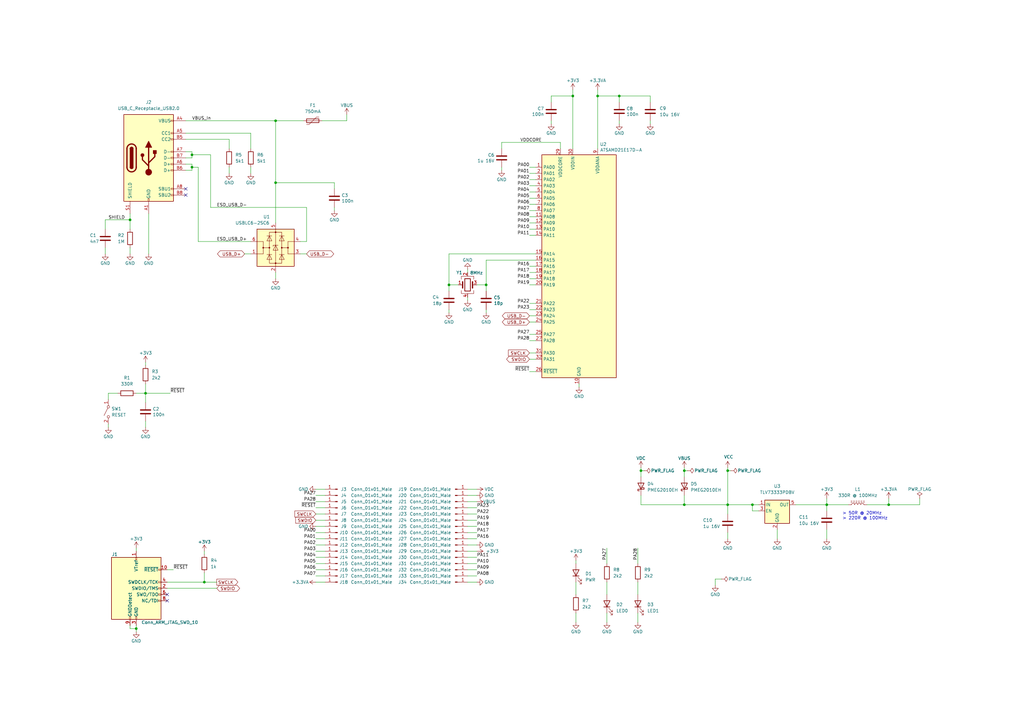
<source format=kicad_sch>
(kicad_sch (version 20211123) (generator eeschema)
  (paper "A3")
  (lib_symbols
    (symbol "Connector:Conn_01x01_Male" (pin_names (offset 1.016) hide)
      (property "Reference" "J" (at 0 2.54 0))
      (property "Value" "Conn_01x01_Male" (at 0 -2.54 0))
      (symbol "Conn_01x01_Male_1_1"
        (pin passive line (at 5.08 0 180) (length 3.81) (name "Pin_1") (number "1"))
      )
    )
    (symbol "Connector:Conn_ARM_JTAG_SWD_10" (pin_names (offset 1.016))
      (property "Reference" "J" (at -2.54 16.51 0))
      (property "Value" "Conn_ARM_JTAG_SWD_10" (at -2.54 13.97 0))
      (symbol "Conn_ARM_JTAG_SWD_10_1_1"
        (pin power_in line (at 0 15.24 270) (length 2.54) (name "VTref") (number "1"))
        (pin open_collector line (at 12.7 7.62 180) (length 2.54) (name "~{RESET}") (number "10"))
        (pin bidirectional line (at 12.7 0 180) (length 2.54) (name "SWDIO/TMS") (number "2"))
        (pin power_in line (at 0 -15.24 90) (length 2.54) (name "GND") (number "3"))
        (pin output line (at 12.7 2.54 180) (length 2.54) (name "SWDCLK/TCK") (number "4"))
        (pin passive line (at 0 -15.24 90) (length 2.54) hide (name "GND") (number "5"))
        (pin input line (at 12.7 -2.54 180) (length 2.54) (name "SWO/TDO") (number "6"))
        (pin no_connect line (at -10.16 0 0) (length 2.54) hide (name "KEY") (number "7"))
        (pin output line (at 12.7 -5.08 180) (length 2.54) (name "NC/TDI") (number "8"))
        (pin passive line (at -2.54 -15.24 90) (length 2.54) (name "GNDDetect") (number "9"))
      )
    )
    (symbol "Connector:USB_C_Receptacle_USB2.0" (pin_names (offset 1.016))
      (property "Reference" "J" (at -10.16 19.05 0))
      (property "Value" "USB_C_Receptacle_USB2.0" (at 19.05 19.05 0))
      (symbol "USB_C_Receptacle_USB2.0_1_1"
        (pin passive line (at 0 -22.86 90) (length 5.08) (name "GND") (number "A1"))
        (pin passive line (at 0 -22.86 90) (length 5.08) hide (name "GND") (number "A12"))
        (pin passive line (at 15.24 15.24 180) (length 5.08) (name "VBUS") (number "A4"))
        (pin bidirectional line (at 15.24 10.16 180) (length 5.08) (name "CC1") (number "A5"))
        (pin bidirectional line (at 15.24 -2.54 180) (length 5.08) (name "D+") (number "A6"))
        (pin bidirectional line (at 15.24 2.54 180) (length 5.08) (name "D-") (number "A7"))
        (pin bidirectional line (at 15.24 -12.7 180) (length 5.08) (name "SBU1") (number "A8"))
        (pin passive line (at 15.24 15.24 180) (length 5.08) hide (name "VBUS") (number "A9"))
        (pin passive line (at 0 -22.86 90) (length 5.08) hide (name "GND") (number "B1"))
        (pin passive line (at 0 -22.86 90) (length 5.08) hide (name "GND") (number "B12"))
        (pin passive line (at 15.24 15.24 180) (length 5.08) hide (name "VBUS") (number "B4"))
        (pin bidirectional line (at 15.24 7.62 180) (length 5.08) (name "CC2") (number "B5"))
        (pin bidirectional line (at 15.24 -5.08 180) (length 5.08) (name "D+") (number "B6"))
        (pin bidirectional line (at 15.24 0 180) (length 5.08) (name "D-") (number "B7"))
        (pin bidirectional line (at 15.24 -15.24 180) (length 5.08) (name "SBU2") (number "B8"))
        (pin passive line (at 15.24 15.24 180) (length 5.08) hide (name "VBUS") (number "B9"))
        (pin passive line (at -7.62 -22.86 90) (length 5.08) (name "SHIELD") (number "S1"))
      )
    )
    (symbol "Device:C" (pin_numbers hide) (pin_names (offset 0.254))
      (property "Reference" "C" (at 0.635 2.54 0))
      (property "Value" "C" (at 0.635 -2.54 0))
      (symbol "C_1_1"
        (pin passive line (at 0 3.81 270) (length 2.794) (name "~") (number "1"))
        (pin passive line (at 0 -3.81 90) (length 2.794) (name "~") (number "2"))
      )
    )
    (symbol "Device:Crystal_GND24" (pin_names (offset 1.016) hide)
      (property "Reference" "Y" (at 3.175 5.08 0))
      (property "Value" "Crystal_GND24" (at 3.175 3.175 0))
      (symbol "Crystal_GND24_1_1"
        (pin passive line (at -3.81 0 0) (length 1.27) (name "1") (number "1"))
        (pin passive line (at 0 5.08 270) (length 1.27) (name "2") (number "2"))
        (pin passive line (at 3.81 0 180) (length 1.27) (name "3") (number "3"))
        (pin passive line (at 0 -5.08 90) (length 1.27) (name "4") (number "4"))
      )
    )
    (symbol "Device:D_Schottky" (pin_numbers hide) (pin_names (offset 1.016) hide)
      (property "Reference" "D" (at 0 2.54 0))
      (property "Value" "D_Schottky" (at 0 -2.54 0))
      (symbol "D_Schottky_1_1"
        (pin passive line (at -3.81 0 0) (length 2.54) (name "K") (number "1"))
        (pin passive line (at 3.81 0 180) (length 2.54) (name "A") (number "2"))
      )
    )
    (symbol "Device:LED" (pin_numbers hide) (pin_names (offset 1.016) hide)
      (property "Reference" "D" (at 0 2.54 0))
      (property "Value" "LED" (at 0 -2.54 0))
      (symbol "LED_1_1"
        (pin passive line (at -3.81 0 0) (length 2.54) (name "K") (number "1"))
        (pin passive line (at 3.81 0 180) (length 2.54) (name "A") (number "2"))
      )
    )
    (symbol "Device:L_Ferrite" (pin_numbers hide) (pin_names (offset 1.016) hide)
      (property "Reference" "L" (at -1.27 0 90))
      (property "Value" "L_Ferrite" (at 2.794 0 90))
      (symbol "L_Ferrite_1_1"
        (pin passive line (at 0 3.81 270) (length 1.27) (name "1") (number "1"))
        (pin passive line (at 0 -3.81 90) (length 1.27) (name "2") (number "2"))
      )
    )
    (symbol "Device:Polyfuse" (pin_numbers hide) (pin_names (offset 0))
      (property "Reference" "F" (at -2.54 0 90))
      (property "Value" "Polyfuse" (at 2.54 0 90))
      (symbol "Polyfuse_1_1"
        (pin passive line (at 0 3.81 270) (length 1.27) (name "~") (number "1"))
        (pin passive line (at 0 -3.81 90) (length 1.27) (name "~") (number "2"))
      )
    )
    (symbol "Device:R" (pin_numbers hide) (pin_names (offset 0))
      (property "Reference" "R" (at 2.032 0 90))
      (property "Value" "R" (at 0 0 90))
      (symbol "R_1_1"
        (pin passive line (at 0 3.81 270) (length 1.27) (name "~") (number "1"))
        (pin passive line (at 0 -3.81 90) (length 1.27) (name "~") (number "2"))
      )
    )
    (symbol "MCU_Microchip_SAMD:ATSAMD21E17D-A"
      (property "Reference" "U" (at -13.97 46.99 0))
      (property "Value" "ATSAMD21E17D-A" (at 16.51 46.99 0))
      (symbol "ATSAMD21E17D-A_1_1"
        (pin bidirectional line (at -17.78 40.64 0) (length 2.54) (name "PA00") (number "1"))
        (pin power_in line (at 0 -48.26 90) (length 2.54) (name "GND") (number "10"))
        (pin bidirectional line (at -17.78 20.32 0) (length 2.54) (name "PA08") (number "11"))
        (pin bidirectional line (at -17.78 17.78 0) (length 2.54) (name "PA09") (number "12"))
        (pin bidirectional line (at -17.78 15.24 0) (length 2.54) (name "PA10") (number "13"))
        (pin bidirectional line (at -17.78 12.7 0) (length 2.54) (name "PA11") (number "14"))
        (pin bidirectional line (at -17.78 5.08 0) (length 2.54) (name "PA14") (number "15"))
        (pin bidirectional line (at -17.78 2.54 0) (length 2.54) (name "PA15") (number "16"))
        (pin bidirectional line (at -17.78 0 0) (length 2.54) (name "PA16") (number "17"))
        (pin bidirectional line (at -17.78 -2.54 0) (length 2.54) (name "PA17") (number "18"))
        (pin bidirectional line (at -17.78 -5.08 0) (length 2.54) (name "PA18") (number "19"))
        (pin bidirectional line (at -17.78 38.1 0) (length 2.54) (name "PA01") (number "2"))
        (pin bidirectional line (at -17.78 -7.62 0) (length 2.54) (name "PA19") (number "20"))
        (pin bidirectional line (at -17.78 -15.24 0) (length 2.54) (name "PA22") (number "21"))
        (pin bidirectional line (at -17.78 -17.78 0) (length 2.54) (name "PA23") (number "22"))
        (pin bidirectional line (at -17.78 -20.32 0) (length 2.54) (name "PA24") (number "23"))
        (pin bidirectional line (at -17.78 -22.86 0) (length 2.54) (name "PA25") (number "24"))
        (pin bidirectional line (at -17.78 -27.94 0) (length 2.54) (name "PA27") (number "25"))
        (pin input line (at -17.78 -43.18 0) (length 2.54) (name "~{RESET}") (number "26"))
        (pin bidirectional line (at -17.78 -30.48 0) (length 2.54) (name "PA28") (number "27"))
        (pin passive line (at 0 -48.26 90) (length 2.54) hide (name "GND") (number "28"))
        (pin power_out line (at -7.62 48.26 270) (length 2.54) (name "VDDCORE") (number "29"))
        (pin bidirectional line (at -17.78 35.56 0) (length 2.54) (name "PA02") (number "3"))
        (pin power_in line (at -2.54 48.26 270) (length 2.54) (name "VDDIN") (number "30"))
        (pin bidirectional line (at -17.78 -35.56 0) (length 2.54) (name "PA30") (number "31"))
        (pin bidirectional line (at -17.78 -38.1 0) (length 2.54) (name "PA31") (number "32"))
        (pin bidirectional line (at -17.78 33.02 0) (length 2.54) (name "PA03") (number "4"))
        (pin bidirectional line (at -17.78 30.48 0) (length 2.54) (name "PA04") (number "5"))
        (pin bidirectional line (at -17.78 27.94 0) (length 2.54) (name "PA05") (number "6"))
        (pin bidirectional line (at -17.78 25.4 0) (length 2.54) (name "PA06") (number "7"))
        (pin bidirectional line (at -17.78 22.86 0) (length 2.54) (name "PA07") (number "8"))
        (pin power_in line (at 7.62 48.26 270) (length 2.54) (name "VDDANA") (number "9"))
      )
    )
    (symbol "Power_Protection:USBLC6-2SC6" (pin_names hide)
      (property "Reference" "U" (at 2.54 8.89 0))
      (property "Value" "USBLC6-2SC6" (at 2.54 -8.89 0))
      (symbol "USBLC6-2SC6_1_1"
        (pin passive line (at -10.16 -2.54 0) (length 2.54) (name "I/O1") (number "1"))
        (pin passive line (at 0 -10.16 90) (length 2.54) (name "GND") (number "2"))
        (pin passive line (at 10.16 -2.54 180) (length 2.54) (name "I/O2") (number "3"))
        (pin passive line (at 10.16 2.54 180) (length 2.54) (name "I/O2") (number "4"))
        (pin passive line (at 0 10.16 270) (length 2.54) (name "VBUS") (number "5"))
        (pin passive line (at -10.16 2.54 0) (length 2.54) (name "I/O1") (number "6"))
      )
    )
    (symbol "Regulator_Linear:TLV73333PDBV" (pin_names (offset 0.254))
      (property "Reference" "U" (at -3.81 5.715 0))
      (property "Value" "TLV73333PDBV" (at 0 5.715 0))
      (symbol "TLV73333PDBV_1_1"
        (pin power_in line (at -7.62 2.54 0) (length 2.54) (name "IN") (number "1"))
        (pin power_in line (at 0 -7.62 90) (length 2.54) (name "GND") (number "2"))
        (pin input line (at -7.62 0 0) (length 2.54) (name "EN") (number "3"))
        (pin no_connect line (at 5.08 0 180) (length 2.54) hide (name "NC") (number "4"))
        (pin power_out line (at 7.62 2.54 180) (length 2.54) (name "OUT") (number "5"))
      )
    )
    (symbol "Switch:SW_SPST" (pin_names (offset 0) hide)
      (property "Reference" "SW" (at 0 3.175 0))
      (property "Value" "SW_SPST" (at 0 -2.54 0))
      (symbol "SW_SPST_1_1"
        (pin passive line (at -5.08 0 0) (length 2.54) (name "A") (number "1"))
        (pin passive line (at 5.08 0 180) (length 2.54) (name "B") (number "2"))
      )
    )
    (symbol "power:+3.3V" (power) (pin_names (offset 0))
      (property "Value" "+3.3V" (at 0 3.556 0))
      (symbol "+3.3V_1_1"
        (pin power_in line (at 0 0 90) (length 0) hide (name "+3V3") (number "1"))
      )
    )
    (symbol "power:+3.3VA" (power) (pin_names (offset 0))
      (property "Value" "+3.3VA" (at 0 3.556 0))
      (symbol "+3.3VA_1_1"
        (pin power_in line (at 0 0 90) (length 0) hide (name "+3.3VA") (number "1"))
      )
    )
    (symbol "power:GND" (power) (pin_names (offset 0))
      (property "Value" "GND" (at 0 -3.81 0))
      (symbol "GND_1_1"
        (pin power_in line (at 0 0 270) (length 0) hide (name "GND") (number "1"))
      )
    )
    (symbol "power:PWR_FLAG" (power) (pin_numbers hide) (pin_names (offset 0) hide)
      (property "Value" "PWR_FLAG" (at 0 3.81 0))
      (symbol "PWR_FLAG_0_0"
        (pin power_out line (at 0 0 90) (length 0) (name "pwr") (number "1"))
      )
    )
    (symbol "power:VBUS" (power) (pin_names (offset 0))
      (property "Value" "VBUS" (at 0 3.81 0))
      (symbol "VBUS_1_1"
        (pin power_in line (at 0 0 90) (length 0) hide (name "VBUS") (number "1"))
      )
    )
    (symbol "power:VCC" (power) (pin_names (offset 0))
      (property "Value" "VCC" (at 0 3.81 0))
      (symbol "VCC_1_1"
        (pin power_in line (at 0 0 90) (length 0) hide (name "VCC") (number "1"))
      )
    )
    (symbol "power:VDC" (power) (pin_names (offset 0))
      (property "Value" "VDC" (at 0 6.35 0))
      (symbol "VDC_1_1"
        (pin power_in line (at 0 0 90) (length 0) hide (name "VDC") (number "1"))
      )
    )
  )
  (junction (at 113.03 74.93))
  (junction (at 55.88 257.81))
  (junction (at 280.67 207.01))
  (junction (at 59.69 161.29))
  (junction (at 298.45 193.04))
  (junction (at 199.39 116.84))
  (junction (at 113.03 49.53))
  (junction (at 254 39.37))
  (junction (at 78.74 68.58))
  (junction (at 364.49 207.01))
  (junction (at 308.61 207.01))
  (junction (at 245.11 39.37))
  (junction (at 234.95 39.37))
  (junction (at 83.82 238.76))
  (junction (at 184.15 116.84))
  (junction (at 280.67 193.04))
  (junction (at 78.74 63.5))
  (junction (at 53.34 90.17))
  (junction (at 262.89 193.04))
  (junction (at 339.09 207.01))
  (junction (at 298.45 207.01))
  (no_connect (at 68.58 243.84))
  (no_connect (at 68.58 246.38))
  (no_connect (at 76.2 77.47))
  (no_connect (at 76.2 80.01))
  (wire (pts (xy 219.71 91.44) (xy 217.17 91.44)))
  (wire (pts (xy 129.54 218.44) (xy 133.35 218.44)))
  (wire (pts (xy 68.58 241.3) (xy 88.9 241.3)))
  (wire (pts (xy 217.17 116.84) (xy 219.71 116.84)))
  (wire (pts (xy 377.19 207.01) (xy 364.49 207.01)))
  (wire (pts (xy 195.58 236.22) (xy 191.77 236.22)))
  (wire (pts (xy 199.39 116.84) (xy 199.39 119.38)))
  (wire (pts (xy 123.19 104.14) (xy 125.73 104.14)))
  (wire (pts (xy 311.15 209.55) (xy 308.61 209.55)))
  (wire (pts (xy 298.45 220.98) (xy 298.45 218.44)))
  (wire (pts (xy 219.71 129.54) (xy 217.17 129.54)))
  (wire (pts (xy 76.2 64.77) (xy 78.74 64.77)))
  (wire (pts (xy 78.74 68.58) (xy 81.28 68.58)))
  (wire (pts (xy 248.92 238.76) (xy 248.92 243.84)))
  (wire (pts (xy 129.54 220.98) (xy 133.35 220.98)))
  (wire (pts (xy 59.69 172.72) (xy 59.69 175.26)))
  (wire (pts (xy 205.74 68.58) (xy 205.74 69.85)))
  (wire (pts (xy 184.15 116.84) (xy 184.15 119.38)))
  (wire (pts (xy 191.77 218.44) (xy 195.58 218.44)))
  (wire (pts (xy 125.73 99.06) (xy 125.73 85.09)))
  (wire (pts (xy 199.39 116.84) (xy 195.58 116.84)))
  (wire (pts (xy 219.71 106.68) (xy 199.39 106.68)))
  (wire (pts (xy 262.89 193.04) (xy 264.16 193.04)))
  (wire (pts (xy 191.77 121.92) (xy 191.77 123.19)))
  (wire (pts (xy 219.71 124.46) (xy 217.17 124.46)))
  (wire (pts (xy 55.88 257.81) (xy 53.34 257.81)))
  (wire (pts (xy 280.67 203.2) (xy 280.67 207.01)))
  (wire (pts (xy 59.69 157.48) (xy 59.69 161.29)))
  (wire (pts (xy 254 41.91) (xy 254 39.37)))
  (wire (pts (xy 191.77 213.36) (xy 195.58 213.36)))
  (wire (pts (xy 219.71 137.16) (xy 217.17 137.16)))
  (wire (pts (xy 280.67 193.04) (xy 280.67 195.58)))
  (wire (pts (xy 219.71 132.08) (xy 217.17 132.08)))
  (wire (pts (xy 364.49 207.01) (xy 355.6 207.01)))
  (wire (pts (xy 219.71 147.32) (xy 217.17 147.32)))
  (wire (pts (xy 55.88 161.29) (xy 59.69 161.29)))
  (wire (pts (xy 236.22 251.46) (xy 236.22 255.27)))
  (wire (pts (xy 219.71 86.36) (xy 217.17 86.36)))
  (wire (pts (xy 262.89 191.77) (xy 262.89 193.04)))
  (wire (pts (xy 266.7 49.53) (xy 266.7 50.8)))
  (wire (pts (xy 205.74 58.42) (xy 205.74 60.96)))
  (wire (pts (xy 298.45 207.01) (xy 298.45 210.82)))
  (wire (pts (xy 266.7 41.91) (xy 266.7 39.37)))
  (wire (pts (xy 261.62 224.79) (xy 261.62 231.14)))
  (wire (pts (xy 133.35 228.6) (xy 129.54 228.6)))
  (wire (pts (xy 308.61 207.01) (xy 308.61 209.55)))
  (wire (pts (xy 226.06 49.53) (xy 226.06 50.8)))
  (wire (pts (xy 76.2 54.61) (xy 102.87 54.61)))
  (wire (pts (xy 68.58 238.76) (xy 83.82 238.76)))
  (wire (pts (xy 78.74 68.58) (xy 78.74 69.85)))
  (wire (pts (xy 261.62 238.76) (xy 261.62 243.84)))
  (wire (pts (xy 48.26 161.29) (xy 44.45 161.29)))
  (wire (pts (xy 298.45 193.04) (xy 299.72 193.04)))
  (wire (pts (xy 364.49 204.47) (xy 364.49 207.01)))
  (wire (pts (xy 86.36 85.09) (xy 86.36 63.5)))
  (wire (pts (xy 219.71 114.3) (xy 217.17 114.3)))
  (wire (pts (xy 219.71 127) (xy 217.17 127)))
  (wire (pts (xy 43.18 93.98) (xy 43.18 90.17)))
  (wire (pts (xy 129.54 200.66) (xy 133.35 200.66)))
  (wire (pts (xy 184.15 128.27) (xy 184.15 127)))
  (wire (pts (xy 113.03 114.3) (xy 113.03 111.76)))
  (wire (pts (xy 280.67 191.77) (xy 280.67 193.04)))
  (wire (pts (xy 133.35 205.74) (xy 129.54 205.74)))
  (wire (pts (xy 199.39 128.27) (xy 199.39 127)))
  (wire (pts (xy 234.95 39.37) (xy 226.06 39.37)))
  (wire (pts (xy 195.58 208.28) (xy 191.77 208.28)))
  (wire (pts (xy 219.71 152.4) (xy 217.17 152.4)))
  (wire (pts (xy 60.96 87.63) (xy 60.96 104.14)))
  (wire (pts (xy 76.2 49.53) (xy 113.03 49.53)))
  (wire (pts (xy 133.35 210.82) (xy 129.54 210.82)))
  (wire (pts (xy 191.77 233.68) (xy 195.58 233.68)))
  (wire (pts (xy 133.35 233.68) (xy 129.54 233.68)))
  (wire (pts (xy 78.74 62.23) (xy 78.74 63.5)))
  (wire (pts (xy 81.28 99.06) (xy 102.87 99.06)))
  (wire (pts (xy 219.71 111.76) (xy 217.17 111.76)))
  (wire (pts (xy 191.77 238.76) (xy 195.58 238.76)))
  (wire (pts (xy 236.22 238.76) (xy 236.22 243.84)))
  (wire (pts (xy 137.16 74.93) (xy 137.16 77.47)))
  (wire (pts (xy 184.15 104.14) (xy 219.71 104.14)))
  (wire (pts (xy 83.82 234.95) (xy 83.82 238.76)))
  (wire (pts (xy 377.19 204.47) (xy 377.19 207.01)))
  (wire (pts (xy 339.09 220.98) (xy 339.09 217.17)))
  (wire (pts (xy 280.67 207.01) (xy 262.89 207.01)))
  (wire (pts (xy 55.88 257.81) (xy 55.88 259.08)))
  (wire (pts (xy 132.08 49.53) (xy 142.24 49.53)))
  (wire (pts (xy 43.18 101.6) (xy 43.18 104.14)))
  (wire (pts (xy 55.88 226.06) (xy 55.88 224.79)))
  (wire (pts (xy 293.37 240.03) (xy 293.37 237.49)))
  (wire (pts (xy 59.69 148.59) (xy 59.69 149.86)))
  (wire (pts (xy 53.34 87.63) (xy 53.34 90.17)))
  (wire (pts (xy 191.77 220.98) (xy 195.58 220.98)))
  (wire (pts (xy 129.54 208.28) (xy 133.35 208.28)))
  (wire (pts (xy 44.45 161.29) (xy 44.45 163.83)))
  (wire (pts (xy 129.54 238.76) (xy 133.35 238.76)))
  (wire (pts (xy 123.19 99.06) (xy 125.73 99.06)))
  (wire (pts (xy 191.77 205.74) (xy 195.58 205.74)))
  (wire (pts (xy 219.71 83.82) (xy 217.17 83.82)))
  (wire (pts (xy 102.87 54.61) (xy 102.87 60.96)))
  (wire (pts (xy 195.58 223.52) (xy 191.77 223.52)))
  (wire (pts (xy 219.71 68.58) (xy 217.17 68.58)))
  (wire (pts (xy 347.98 207.01) (xy 339.09 207.01)))
  (wire (pts (xy 195.58 226.06) (xy 191.77 226.06)))
  (wire (pts (xy 125.73 85.09) (xy 86.36 85.09)))
  (wire (pts (xy 86.36 63.5) (xy 78.74 63.5)))
  (wire (pts (xy 68.58 233.68) (xy 71.12 233.68)))
  (wire (pts (xy 76.2 69.85) (xy 78.74 69.85)))
  (wire (pts (xy 219.71 88.9) (xy 217.17 88.9)))
  (wire (pts (xy 133.35 231.14) (xy 129.54 231.14)))
  (wire (pts (xy 129.54 203.2) (xy 133.35 203.2)))
  (wire (pts (xy 100.33 104.14) (xy 102.87 104.14)))
  (wire (pts (xy 191.77 210.82) (xy 195.58 210.82)))
  (wire (pts (xy 59.69 161.29) (xy 59.69 165.1)))
  (wire (pts (xy 245.11 36.83) (xy 245.11 39.37)))
  (wire (pts (xy 133.35 236.22) (xy 129.54 236.22)))
  (wire (pts (xy 55.88 256.54) (xy 55.88 257.81)))
  (wire (pts (xy 219.71 96.52) (xy 217.17 96.52)))
  (wire (pts (xy 53.34 90.17) (xy 53.34 93.98)))
  (wire (pts (xy 248.92 251.46) (xy 248.92 255.27)))
  (wire (pts (xy 83.82 226.06) (xy 83.82 227.33)))
  (wire (pts (xy 199.39 106.68) (xy 199.39 116.84)))
  (wire (pts (xy 93.98 60.96) (xy 93.98 57.15)))
  (wire (pts (xy 44.45 175.26) (xy 44.45 173.99)))
  (wire (pts (xy 308.61 207.01) (xy 311.15 207.01)))
  (wire (pts (xy 113.03 74.93) (xy 137.16 74.93)))
  (wire (pts (xy 219.71 71.12) (xy 217.17 71.12)))
  (wire (pts (xy 262.89 207.01) (xy 262.89 203.2)))
  (wire (pts (xy 293.37 237.49) (xy 295.91 237.49)))
  (wire (pts (xy 184.15 104.14) (xy 184.15 116.84)))
  (wire (pts (xy 133.35 213.36) (xy 129.54 213.36)))
  (wire (pts (xy 298.45 193.04) (xy 298.45 207.01)))
  (wire (pts (xy 219.71 144.78) (xy 217.17 144.78)))
  (wire (pts (xy 219.71 78.74) (xy 217.17 78.74)))
  (wire (pts (xy 219.71 81.28) (xy 217.17 81.28)))
  (wire (pts (xy 78.74 67.31) (xy 78.74 68.58)))
  (wire (pts (xy 234.95 36.83) (xy 234.95 39.37)))
  (wire (pts (xy 53.34 104.14) (xy 53.34 101.6)))
  (wire (pts (xy 76.2 57.15) (xy 93.98 57.15)))
  (wire (pts (xy 237.49 158.75) (xy 237.49 157.48)))
  (wire (pts (xy 81.28 68.58) (xy 81.28 99.06)))
  (wire (pts (xy 229.87 60.96) (xy 229.87 58.42)))
  (wire (pts (xy 187.96 116.84) (xy 184.15 116.84)))
  (wire (pts (xy 113.03 49.53) (xy 124.46 49.53)))
  (wire (pts (xy 245.11 39.37) (xy 254 39.37)))
  (wire (pts (xy 133.35 226.06) (xy 129.54 226.06)))
  (wire (pts (xy 217.17 93.98) (xy 219.71 93.98)))
  (wire (pts (xy 191.77 228.6) (xy 195.58 228.6)))
  (wire (pts (xy 339.09 207.01) (xy 339.09 209.55)))
  (wire (pts (xy 245.11 39.37) (xy 245.11 60.96)))
  (wire (pts (xy 280.67 207.01) (xy 298.45 207.01)))
  (wire (pts (xy 133.35 223.52) (xy 129.54 223.52)))
  (wire (pts (xy 43.18 90.17) (xy 53.34 90.17)))
  (wire (pts (xy 219.71 109.22) (xy 217.17 109.22)))
  (wire (pts (xy 298.45 207.01) (xy 308.61 207.01)))
  (wire (pts (xy 280.67 193.04) (xy 281.94 193.04)))
  (wire (pts (xy 229.87 58.42) (xy 205.74 58.42)))
  (wire (pts (xy 248.92 224.79) (xy 248.92 231.14)))
  (wire (pts (xy 76.2 67.31) (xy 78.74 67.31)))
  (wire (pts (xy 191.77 231.14) (xy 195.58 231.14)))
  (wire (pts (xy 254 39.37) (xy 266.7 39.37)))
  (wire (pts (xy 113.03 74.93) (xy 113.03 91.44)))
  (wire (pts (xy 261.62 251.46) (xy 261.62 255.27)))
  (wire (pts (xy 83.82 238.76) (xy 88.9 238.76)))
  (wire (pts (xy 93.98 68.58) (xy 93.98 71.12)))
  (wire (pts (xy 339.09 204.47) (xy 339.09 207.01)))
  (wire (pts (xy 195.58 203.2) (xy 191.77 203.2)))
  (wire (pts (xy 236.22 229.87) (xy 236.22 231.14)))
  (wire (pts (xy 102.87 68.58) (xy 102.87 71.12)))
  (wire (pts (xy 318.77 220.98) (xy 318.77 217.17)))
  (wire (pts (xy 76.2 62.23) (xy 78.74 62.23)))
  (wire (pts (xy 59.69 161.29) (xy 69.85 161.29)))
  (wire (pts (xy 298.45 191.77) (xy 298.45 193.04)))
  (wire (pts (xy 219.71 139.7) (xy 217.17 139.7)))
  (wire (pts (xy 326.39 207.01) (xy 339.09 207.01)))
  (wire (pts (xy 78.74 63.5) (xy 78.74 64.77)))
  (wire (pts (xy 191.77 200.66) (xy 195.58 200.66)))
  (wire (pts (xy 219.71 73.66) (xy 217.17 73.66)))
  (wire (pts (xy 191.77 110.49) (xy 191.77 111.76)))
  (wire (pts (xy 254 49.53) (xy 254 50.8)))
  (wire (pts (xy 219.71 76.2) (xy 217.17 76.2)))
  (wire (pts (xy 137.16 85.09) (xy 137.16 86.36)))
  (wire (pts (xy 191.77 215.9) (xy 195.58 215.9)))
  (wire (pts (xy 113.03 49.53) (xy 113.03 74.93)))
  (wire (pts (xy 262.89 193.04) (xy 262.89 195.58)))
  (wire (pts (xy 234.95 39.37) (xy 234.95 60.96)))
  (wire (pts (xy 226.06 41.91) (xy 226.06 39.37)))
  (wire (pts (xy 142.24 49.53) (xy 142.24 46.99)))
  (wire (pts (xy 53.34 257.81) (xy 53.34 256.54)))
  (wire (pts (xy 133.35 215.9) (xy 129.54 215.9)))
  (text "> 50R @ 20MHz\n> 220R @ 100MHz" (at 345.44 213.36 0) (effects (font (size 1.27 1.27)) (justify left bottom)))
  (label "PA10" (at 217.17 93.98 180))
  (label "PA22" (at 195.58 210.82 0))
  (label "PA07" (at 129.54 236.22 180))
  (label "PA28" (at 217.17 139.7 180))
  (label "ESD_USB_D-" (at 88.9 85.09 0))
  (label "PA09" (at 195.58 233.68 0))
  (label "PA07" (at 217.17 86.36 180))
  (label "~{RESET}" (at 71.12 233.68 0))
  (label "PA28" (at 129.54 205.74 180))
  (label "ESD_USB_D+" (at 88.9 99.06 0))
  (label "PA06" (at 217.17 83.82 180))
  (label "~{RESET}" (at 129.54 208.28 180))
  (label "PA05" (at 129.54 231.14 180))
  (label "PA08" (at 217.17 88.9 180))
  (label "PA11" (at 195.58 228.6 0))
  (label "PA04" (at 129.54 228.6 180))
  (label "PA27" (at 129.54 203.2 180))
  (label "PA05" (at 217.17 81.28 180))
  (label "PA00" (at 129.54 218.44 180))
  (label "PA01" (at 129.54 220.98 180))
  (label "PA10" (at 195.58 231.14 0))
  (label "PA17" (at 217.17 111.76 180))
  (label "PA00" (at 217.17 68.58 180))
  (label "PA01" (at 217.17 71.12 180))
  (label "PA11" (at 217.17 96.52 180))
  (label "PA23" (at 195.58 208.28 0))
  (label "PA17" (at 195.58 218.44 0))
  (label "PA19" (at 195.58 213.36 0))
  (label "PA04" (at 217.17 78.74 180))
  (label "PA03" (at 217.17 76.2 180))
  (label "VBUS_In" (at 78.74 49.53 0))
  (label "PA06" (at 129.54 233.68 180))
  (label "PA23" (at 217.17 127 180))
  (label "SHIELD" (at 44.45 90.17 0))
  (label "~{RESET}" (at 69.85 161.29 0))
  (label "PA27" (at 217.17 137.16 180))
  (label "~{RESET}" (at 217.17 152.4 180))
  (label "PA16" (at 217.17 109.22 180))
  (label "VDDCORE" (at 213.36 58.42 0))
  (label "PA28" (at 261.62 224.79 270))
  (label "PA02" (at 129.54 223.52 180))
  (label "PA02" (at 217.17 73.66 180))
  (label "PA03" (at 129.54 226.06 180))
  (label "PA27" (at 248.92 224.79 270))
  (label "PA22" (at 217.17 124.46 180))
  (label "PA18" (at 217.17 114.3 180))
  (label "PA16" (at 195.58 220.98 0))
  (label "PA18" (at 195.58 215.9 0))
  (label "PA08" (at 195.58 236.22 0))
  (label "PA19" (at 217.17 116.84 180))
  (label "PA09" (at 217.17 91.44 180))
  (global_label "SWDIO" (shape bidirectional) (at 88.9 241.3 0) (property "Intersheet References" "${INTERSHEET_REFS}" (effects hide)))
  (global_label "SWDIO" (shape bidirectional) (at 217.17 147.32 180) (property "Intersheet References" "${INTERSHEET_REFS}" (effects hide)))
  (global_label "USB_D-" (shape bidirectional) (at 125.73 104.14 0) (property "Intersheet References" "${INTERSHEET_REFS}" (effects hide)))
  (global_label "USB_D-" (shape bidirectional) (at 217.17 129.54 180) (property "Intersheet References" "${INTERSHEET_REFS}" (effects hide)))
  (global_label "USB_D+" (shape bidirectional) (at 217.17 132.08 180) (property "Intersheet References" "${INTERSHEET_REFS}" (effects hide)))
  (global_label "SWCLK" (shape input) (at 129.54 210.82 180) (property "Intersheet References" "${INTERSHEET_REFS}" (effects hide)))
  (global_label "USB_D+" (shape bidirectional) (at 100.33 104.14 180) (property "Intersheet References" "${INTERSHEET_REFS}" (effects hide)))
  (global_label "SWDIO" (shape input) (at 129.54 213.36 180) (property "Intersheet References" "${INTERSHEET_REFS}" (effects hide)))
  (global_label "SWCLK" (shape output) (at 88.9 238.76 0) (property "Intersheet References" "${INTERSHEET_REFS}" (effects hide)))
  (global_label "SWCLK" (shape input) (at 217.17 144.78 180) (property "Intersheet References" "${INTERSHEET_REFS}" (effects hide)))
  (symbol (lib_id "MCU_Microchip_SAMD:ATSAMD21E17D-A") (at 237.49 109.22 0) (unit 1)
    (property "Reference" "U2" (at 246.0542 59.1637 0) (effects (justify left)))
    (property "Value" "ATSAMD21E17D-A" (at 246.1584 61.5092 0) (effects (justify left)))
    (property "Footprint" "Package_QFP:TQFP-32_7x7mm_P0.8mm" (effects hide))
    (property "Datasheet" "http://ww1.microchip.com/downloads/en/DeviceDoc/SAM_D21_DA1_Family_Data%20Sheet_DS40001882E.pdf" (effects hide))
    (property "Manufacturer" "Microchip" (effects hide))
    (property "Part" "ATSAMD21E17D" (effects hide))
  )
  (symbol (lib_id "power:VBUS") (at 142.24 46.99 0) (unit 1)
    (property "Reference" "#PWR017" (effects hide))
    (property "Value" "VBUS" (at 142.24 43.18 0))
  )
  (symbol (lib_id "Connector:Conn_ARM_JTAG_SWD_10") (at 55.88 241.3 0) (unit 1)
    (property "Reference" "J1" (at 48.26 227.33 0) (effects (justify right)))
    (property "Value" "Conn_ARM_JTAG_SWD_10" (at 81.28 255.27 0) (effects (justify right)))
    (property "Footprint" "Connector_PinHeader_1.27mm:PinHeader_2x05_P1.27mm_Vertical" (effects hide))
    (property "Datasheet" "http://infocenter.arm.com/help/topic/com.arm.doc.ddi0314h/DDI0314H_coresight_components_trm.pdf" (effects hide))
  )
  (symbol (lib_id "power:GND") (at 237.49 158.75 0) (unit 1)
    (property "Reference" "#PWR033" (effects hide))
    (property "Value" "GND" (at 237.49 162.56 0))
  )
  (symbol (lib_id "power:GND") (at 205.74 69.85 0) (unit 1)
    (property "Reference" "#PWR028" (effects hide))
    (property "Value" "GND" (at 205.74 73.66 0))
  )
  (symbol (lib_id "Device:C") (at 205.74 64.77 0) (mirror x) (unit 1)
    (property "Reference" "C6" (at 202.819 63.6016 0) (effects (justify right)))
    (property "Value" "1u 16V" (at 202.819 65.913 0) (effects (justify right)))
    (property "Footprint" "Capacitor_SMD:C_0603_1608Metric" (effects hide))
    (property "Manufacturer" "Samsung Electro-Mechanics" (effects hide))
    (property "Part" "CL10B105KO8NNNC " (effects hide))
  )
  (symbol (lib_id "Device:C") (at 199.39 123.19 0) (unit 1)
    (property "Reference" "C5" (at 202.4969 122.0452 0) (effects (justify left)))
    (property "Value" "18p" (at 202.5355 124.3618 0) (effects (justify left)))
    (property "Footprint" "Capacitor_SMD:C_0603_1608Metric" (effects hide))
  )
  (symbol (lib_id "Device:C") (at 184.15 123.19 0) (unit 1)
    (property "Reference" "C4" (at 177.3713 121.9181 0) (effects (justify left)))
    (property "Value" "18p" (at 177.4485 124.4407 0) (effects (justify left)))
    (property "Footprint" "Capacitor_SMD:C_0603_1608Metric" (effects hide))
  )
  (symbol (lib_id "power:GND") (at 199.39 128.27 0) (unit 1)
    (property "Reference" "#PWR027" (effects hide))
    (property "Value" "GND" (at 199.39 132.08 0))
  )
  (symbol (lib_id "power:GND") (at 184.15 128.27 0) (unit 1)
    (property "Reference" "#PWR018" (effects hide))
    (property "Value" "GND" (at 184.15 132.08 0))
  )
  (symbol (lib_id "power:GND") (at 129.54 200.66 270) (unit 1)
    (property "Reference" "#PWR013" (effects hide))
    (property "Value" "GND" (at 124.46 200.66 90))
  )
  (symbol (lib_id "power:+3.3VA") (at 245.11 36.83 0) (unit 1)
    (property "Reference" "#PWR034" (effects hide))
    (property "Value" "+3.3VA" (at 245.11 33.02 0))
  )
  (symbol (lib_id "power:+3.3V") (at 339.09 204.47 0) (unit 1)
    (property "Reference" "#PWR044" (effects hide))
    (property "Value" "+3.3V" (at 339.09 200.66 0))
  )
  (symbol (lib_id "power:+3.3VA") (at 364.49 204.47 0) (unit 1)
    (property "Reference" "#PWR046" (effects hide))
    (property "Value" "+3.3VA" (at 364.49 200.66 0))
  )
  (symbol (lib_id "power:+3.3V") (at 234.95 36.83 0) (mirror y) (unit 1)
    (property "Reference" "#PWR030" (effects hide))
    (property "Value" "+3.3V" (at 234.95 33.02 0))
  )
  (symbol (lib_id "power:GND") (at 339.09 220.98 0) (unit 1)
    (property "Reference" "#PWR045" (effects hide))
    (property "Value" "GND" (at 339.09 224.79 0))
  )
  (symbol (lib_id "power:VBUS") (at 195.58 205.74 270) (mirror x) (unit 1)
    (property "Reference" "#PWR023" (effects hide))
    (property "Value" "VBUS" (at 200.66 205.74 90))
  )
  (symbol (lib_id "power:+3.3V") (at 55.88 224.79 0) (unit 1)
    (property "Reference" "#PWR04" (effects hide))
    (property "Value" "+3.3V" (at 55.88 220.98 0))
  )
  (symbol (lib_id "power:GND") (at 55.88 259.08 0) (unit 1)
    (property "Reference" "#PWR05" (effects hide))
    (property "Value" "GND" (at 55.88 262.89 0))
  )
  (symbol (lib_id "power:VDC") (at 195.58 200.66 270) (unit 1)
    (property "Reference" "#PWR021" (effects hide))
    (property "Value" "VDC" (at 200.66 200.66 90))
  )
  (symbol (lib_id "power:+3.3V") (at 195.58 226.06 270) (unit 1)
    (property "Reference" "#PWR025" (effects hide))
    (property "Value" "+3.3V" (at 201.93 226.06 90))
  )
  (symbol (lib_id "power:VBUS") (at 280.67 191.77 0) (mirror y) (unit 1)
    (property "Reference" "#PWR040" (effects hide))
    (property "Value" "VBUS" (at 280.67 187.96 0))
  )
  (symbol (lib_id "power:VDC") (at 262.89 191.77 0) (unit 1)
    (property "Reference" "#PWR038" (effects hide))
    (property "Value" "VDC" (at 262.89 187.96 0))
  )
  (symbol (lib_id "power:VCC") (at 298.45 191.77 0) (unit 1)
    (property "Reference" "#PWR041" (effects hide))
    (property "Value" "VCC" (at 298.831 187.3758 0))
  )
  (symbol (lib_id "power:GND") (at 195.58 223.52 90) (unit 1)
    (property "Reference" "#PWR024" (effects hide))
    (property "Value" "GND" (at 200.66 223.52 90))
  )
  (symbol (lib_id "power:GND") (at 129.54 215.9 270) (unit 1)
    (property "Reference" "#PWR014" (effects hide))
    (property "Value" "GND" (at 124.46 215.9 90))
  )
  (symbol (lib_id "power:GND") (at 195.58 238.76 90) (unit 1)
    (property "Reference" "#PWR026" (effects hide))
    (property "Value" "GND" (at 200.66 238.76 90))
  )
  (symbol (lib_id "power:GND") (at 195.58 203.2 90) (unit 1)
    (property "Reference" "#PWR022" (effects hide))
    (property "Value" "GND" (at 200.66 203.2 90))
  )
  (symbol (lib_id "power:PWR_FLAG") (at 377.19 204.47 0) (unit 1)
    (property "Reference" "#FLG05" (effects hide))
    (property "Value" "PWR_FLAG" (at 377.19 200.66 0))
  )
  (symbol (lib_id "power:PWR_FLAG") (at 299.72 193.04 270) (unit 1)
    (property "Reference" "#FLG04" (effects hide))
    (property "Value" "PWR_FLAG" (at 307.34 193.04 90))
  )
  (symbol (lib_id "power:PWR_FLAG") (at 281.94 193.04 270) (unit 1)
    (property "Reference" "#FLG02" (effects hide))
    (property "Value" "PWR_FLAG" (at 289.56 193.04 90))
  )
  (symbol (lib_id "power:PWR_FLAG") (at 264.16 193.04 270) (unit 1)
    (property "Reference" "#FLG01" (effects hide))
    (property "Value" "PWR_FLAG" (at 271.78 193.04 90))
  )
  (symbol (lib_id "Device:R") (at 261.62 234.95 0) (unit 1)
    (property "Reference" "R9" (at 264.16 233.6799 0) (effects (justify left)))
    (property "Value" "2k2" (at 264.16 236.2199 0) (effects (justify left)))
    (property "Footprint" "Resistor_SMD:R_0603_1608Metric" (effects hide))
  )
  (symbol (lib_id "power:+3.3VA") (at 129.54 238.76 90) (unit 1)
    (property "Reference" "#PWR015" (effects hide))
    (property "Value" "+3.3VA" (at 123.19 238.76 90))
  )
  (symbol (lib_id "power:+3.3V") (at 59.69 148.59 0) (mirror y) (unit 1)
    (property "Reference" "#PWR06" (effects hide))
    (property "Value" "+3.3V" (at 59.69 144.78 0))
  )
  (symbol (lib_id "power:GND") (at 226.06 50.8 0) (mirror y) (unit 1)
    (property "Reference" "#PWR029" (effects hide))
    (property "Value" "GND" (at 226.06 54.61 0))
  )
  (symbol (lib_id "Device:C") (at 137.16 81.28 180) (unit 1)
    (property "Reference" "C3" (at 140.081 80.1116 0) (effects (justify right)))
    (property "Value" "100n" (at 140.081 82.423 0) (effects (justify right)))
    (property "Footprint" "Capacitor_SMD:C_0603_1608Metric" (effects hide))
    (property "Manufacturer" "Samsung Electro-Mechanics" (effects hide))
    (property "Part" "CL10B104KB8NNNC " (effects hide))
  )
  (symbol (lib_id "Connector:Conn_01x01_Male") (at 186.69 236.22 0) (unit 1)
    (property "Reference" "J33" (at 165.1 236.22 0))
    (property "Value" "Conn_01x01_Male" (at 176.53 236.22 0))
    (property "Footprint" "Connector_PinHeader_2.54mm_More:PinHeader_1x01_P2.54mm_Vertical_Round" (effects hide))
  )
  (symbol (lib_id "power:GND") (at 43.18 104.14 0) (unit 1)
    (property "Reference" "#PWR01" (effects hide))
    (property "Value" "GND" (at 43.18 107.95 0))
  )
  (symbol (lib_id "power:GND") (at 93.98 71.12 0) (unit 1)
    (property "Reference" "#PWR010" (effects hide))
    (property "Value" "GND" (at 93.98 74.93 0))
  )
  (symbol (lib_id "Device:D_Schottky") (at 280.67 199.39 90) (unit 1)
    (property "Reference" "D5" (at 283.21 198.4374 90) (effects (justify right)))
    (property "Value" "PMEG2010EH" (at 283.21 200.9774 90) (effects (justify right)))
    (property "Footprint" "Diode_SMD:D_SOD-123F" (effects hide))
    (property "Manufacturer" "Nexperia" (effects hide))
    (property "Part" "PMEG2010EH,115 " (effects hide))
  )
  (symbol (lib_id "power:GND") (at 261.62 255.27 0) (unit 1)
    (property "Reference" "#PWR037" (effects hide))
    (property "Value" "GND" (at 261.62 259.08 0))
  )
  (symbol (lib_id "Connector:Conn_01x01_Male") (at 186.69 218.44 0) (unit 1)
    (property "Reference" "J26" (at 165.1 218.44 0))
    (property "Value" "Conn_01x01_Male" (at 176.53 218.44 0))
    (property "Footprint" "Connector_PinHeader_2.54mm_More:PinHeader_1x01_P2.54mm_Vertical_Round" (effects hide))
  )
  (symbol (lib_id "power:GND") (at 266.7 50.8 0) (unit 1)
    (property "Reference" "#PWR039" (effects hide))
    (property "Value" "GND" (at 266.7 54.61 0))
  )
  (symbol (lib_id "Connector:Conn_01x01_Male") (at 186.69 228.6 0) (unit 1)
    (property "Reference" "J30" (at 165.1 228.6 0))
    (property "Value" "Conn_01x01_Male" (at 176.53 228.6 0))
    (property "Footprint" "Connector_PinHeader_2.54mm_More:PinHeader_1x01_P2.54mm_Vertical_Round" (effects hide))
  )
  (symbol (lib_id "Connector:Conn_01x01_Male") (at 138.43 218.44 180) (unit 1)
    (property "Reference" "J10" (at 140.97 218.44 0))
    (property "Value" "Conn_01x01_Male" (at 152.4 218.44 0))
    (property "Footprint" "Connector_PinHeader_2.54mm_More:PinHeader_1x01_P2.54mm_Vertical_Round" (effects hide))
  )
  (symbol (lib_id "Connector:Conn_01x01_Male") (at 186.69 231.14 0) (unit 1)
    (property "Reference" "J31" (at 165.1 231.14 0))
    (property "Value" "Conn_01x01_Male" (at 176.53 231.14 0))
    (property "Footprint" "Connector_PinHeader_2.54mm_More:PinHeader_1x01_P2.54mm_Vertical_Round" (effects hide))
  )
  (symbol (lib_id "Device:LED") (at 236.22 234.95 90) (unit 1)
    (property "Reference" "D1" (at 240.03 235.2674 90) (effects (justify right)))
    (property "Value" "PWR" (at 240.03 237.8074 90) (effects (justify right)))
    (property "Footprint" "LED_SMD:LED_0603_1608Metric" (effects hide))
  )
  (symbol (lib_id "Device:R") (at 248.92 234.95 0) (unit 1)
    (property "Reference" "R8" (at 251.46 233.6799 0) (effects (justify left)))
    (property "Value" "2k2" (at 251.46 236.2199 0) (effects (justify left)))
    (property "Footprint" "Resistor_SMD:R_0603_1608Metric" (effects hide))
  )
  (symbol (lib_id "power:GND") (at 113.03 114.3 0) (unit 1)
    (property "Reference" "#PWR012" (effects hide))
    (property "Value" "GND" (at 113.03 118.11 0))
  )
  (symbol (lib_id "power:GND") (at 191.77 110.49 180) (unit 1)
    (property "Reference" "#PWR019" (effects hide))
    (property "Value" "GND" (at 191.77 106.68 0))
  )
  (symbol (lib_id "power:GND") (at 102.87 71.12 0) (unit 1)
    (property "Reference" "#PWR011" (effects hide))
    (property "Value" "GND" (at 102.87 74.93 0))
  )
  (symbol (lib_id "Connector:Conn_01x01_Male") (at 138.43 213.36 180) (unit 1)
    (property "Reference" "J8" (at 140.97 213.36 0))
    (property "Value" "Conn_01x01_Male" (at 152.4 213.36 0))
    (property "Footprint" "Connector_PinHeader_2.54mm_More:PinHeader_1x01_P2.54mm_Vertical_Round" (effects hide))
  )
  (symbol (lib_id "Device:C") (at 43.18 97.79 0) (unit 1)
    (property "Reference" "C1" (at 36.83 96.52 0) (effects (justify left)))
    (property "Value" "4n7" (at 36.83 99.06 0) (effects (justify left)))
    (property "Footprint" "Capacitor_SMD:C_0603_1608Metric" (effects hide))
  )
  (symbol (lib_id "Connector:Conn_01x01_Male") (at 138.43 238.76 180) (unit 1)
    (property "Reference" "J18" (at 140.97 238.76 0))
    (property "Value" "Conn_01x01_Male" (at 152.4 238.76 0))
    (property "Footprint" "Connector_PinHeader_2.54mm_More:PinHeader_1x01_P2.54mm_Vertical_Round" (effects hide))
  )
  (symbol (lib_id "power:PWR_FLAG") (at 295.91 237.49 270) (unit 1)
    (property "Reference" "#FLG03" (effects hide))
    (property "Value" "PWR_FLAG" (at 303.53 237.49 90))
  )
  (symbol (lib_id "Connector:Conn_01x01_Male") (at 186.69 215.9 0) (unit 1)
    (property "Reference" "J25" (at 165.1 215.9 0))
    (property "Value" "Conn_01x01_Male" (at 176.53 215.9 0))
    (property "Footprint" "Connector_PinHeader_2.54mm_More:PinHeader_1x01_P2.54mm_Vertical_Round" (effects hide))
  )
  (symbol (lib_id "Connector:Conn_01x01_Male") (at 138.43 205.74 180) (unit 1)
    (property "Reference" "J5" (at 140.97 205.74 0))
    (property "Value" "Conn_01x01_Male" (at 152.4 205.74 0))
    (property "Footprint" "Connector_PinHeader_2.54mm_More:PinHeader_1x01_P2.54mm_Vertical_Round" (effects hide))
  )
  (symbol (lib_id "Connector:Conn_01x01_Male") (at 186.69 220.98 0) (unit 1)
    (property "Reference" "J27" (at 165.1 220.98 0))
    (property "Value" "Conn_01x01_Male" (at 176.53 220.98 0))
    (property "Footprint" "Connector_PinHeader_2.54mm_More:PinHeader_1x01_P2.54mm_Vertical_Round" (effects hide))
  )
  (symbol (lib_id "Switch:SW_SPST") (at 44.45 168.91 90) (mirror x) (unit 1)
    (property "Reference" "SW1" (at 45.72 167.6399 90) (effects (justify right)))
    (property "Value" "RESET" (at 45.72 170.1799 90) (effects (justify right)))
    (property "Footprint" "Button_Switch_SMD:SW_Push_SPST_NO_Alps_SKRK" (effects hide))
    (property "Manufacturer" "Alps" (effects hide))
    (property "Part" "SKRKAEE020" (effects hide))
  )
  (symbol (lib_id "Connector:Conn_01x01_Male") (at 138.43 215.9 180) (unit 1)
    (property "Reference" "J9" (at 140.97 215.9 0))
    (property "Value" "Conn_01x01_Male" (at 152.4 215.9 0))
    (property "Footprint" "Connector_PinHeader_2.54mm_More:PinHeader_1x01_P2.54mm_Vertical_Square" (effects hide))
  )
  (symbol (lib_id "Device:R") (at 53.34 97.79 0) (unit 1)
    (property "Reference" "R2" (at 48.26 96.52 0) (effects (justify left)))
    (property "Value" "1M" (at 48.26 99.06 0) (effects (justify left)))
    (property "Footprint" "Resistor_SMD:R_0603_1608Metric" (effects hide))
  )
  (symbol (lib_id "Device:Polyfuse") (at 128.27 49.53 270) (unit 1)
    (property "Reference" "F1" (at 128.27 43.18 90))
    (property "Value" "750mA" (at 128.27 45.72 90))
    (property "Footprint" "Resistor_SMD:R_1206_3216Metric" (effects hide))
    (property "Manufacturer" "Littelfuse" (effects hide))
    (property "Part" " 1206L075THYR " (effects hide))
  )
  (symbol (lib_id "Connector:Conn_01x01_Male") (at 138.43 200.66 180) (unit 1)
    (property "Reference" "J3" (at 140.97 200.66 0))
    (property "Value" "Conn_01x01_Male" (at 152.4 200.66 0))
    (property "Footprint" "Connector_PinHeader_2.54mm_More:PinHeader_1x01_P2.54mm_Vertical_Square" (effects hide))
  )
  (symbol (lib_id "power:GND") (at 44.45 175.26 0) (unit 1)
    (property "Reference" "#PWR02" (effects hide))
    (property "Value" "GND" (at 44.45 179.07 0))
  )
  (symbol (lib_id "Device:C") (at 298.45 214.63 0) (unit 1)
    (property "Reference" "C10" (at 288.29 213.36 0) (effects (justify left)))
    (property "Value" "1u 16V" (at 288.29 215.9 0) (effects (justify left)))
    (property "Footprint" "Capacitor_SMD:C_0603_1608Metric" (effects hide))
    (property "Manufacturer" "Samsung Electro-Mechanics" (effects hide))
    (property "Part" "CL10B105KO8NNNC " (effects hide))
  )
  (symbol (lib_id "power:+3.3V") (at 83.82 226.06 0) (unit 1)
    (property "Reference" "#PWR09" (effects hide))
    (property "Value" "+3.3V" (at 83.82 222.25 0))
  )
  (symbol (lib_id "Connector:Conn_01x01_Male") (at 138.43 203.2 180) (unit 1)
    (property "Reference" "J4" (at 140.97 203.2 0))
    (property "Value" "Conn_01x01_Male" (at 152.4 203.2 0))
    (property "Footprint" "Connector_PinHeader_2.54mm_More:PinHeader_1x01_P2.54mm_Vertical_Round" (effects hide))
  )
  (symbol (lib_id "Device:LED") (at 248.92 247.65 90) (unit 1)
    (property "Reference" "D2" (at 252.73 247.9674 90) (effects (justify right)))
    (property "Value" "LED0" (at 252.73 250.5074 90) (effects (justify right)))
    (property "Footprint" "LED_SMD:LED_0603_1608Metric" (effects hide))
  )
  (symbol (lib_id "power:GND") (at 59.69 175.26 0) (unit 1)
    (property "Reference" "#PWR07" (effects hide))
    (property "Value" "GND" (at 59.69 179.07 0))
  )
  (symbol (lib_id "power:GND") (at 60.96 104.14 0) (unit 1)
    (property "Reference" "#PWR08" (effects hide))
    (property "Value" "GND" (at 60.96 107.95 0))
  )
  (symbol (lib_id "Connector:Conn_01x01_Male") (at 186.69 238.76 0) (unit 1)
    (property "Reference" "J34" (at 165.1 238.76 0))
    (property "Value" "Conn_01x01_Male" (at 176.53 238.76 0))
    (property "Footprint" "Connector_PinHeader_2.54mm_More:PinHeader_1x01_P2.54mm_Vertical_Square" (effects hide))
  )
  (symbol (lib_id "power:GND") (at 248.92 255.27 0) (unit 1)
    (property "Reference" "#PWR035" (effects hide))
    (property "Value" "GND" (at 248.92 259.08 0))
  )
  (symbol (lib_id "Device:R") (at 93.98 64.77 0) (unit 1)
    (property "Reference" "R5" (at 96.52 63.4999 0) (effects (justify left)))
    (property "Value" "5k1" (at 96.52 66.0399 0) (effects (justify left)))
    (property "Footprint" "Resistor_SMD:R_0603_1608Metric" (effects hide))
  )
  (symbol (lib_id "power:GND") (at 293.37 240.03 0) (unit 1)
    (property "Reference" "#PWR0101" (effects hide))
    (property "Value" "GND" (at 293.37 243.84 0))
  )
  (symbol (lib_id "Connector:Conn_01x01_Male") (at 186.69 223.52 0) (unit 1)
    (property "Reference" "J28" (at 165.1 223.52 0))
    (property "Value" "Conn_01x01_Male" (at 176.53 223.52 0))
    (property "Footprint" "Connector_PinHeader_2.54mm_More:PinHeader_1x01_P2.54mm_Vertical_Square" (effects hide))
  )
  (symbol (lib_id "Connector:Conn_01x01_Male") (at 186.69 210.82 0) (unit 1)
    (property "Reference" "J23" (at 165.1 210.82 0))
    (property "Value" "Conn_01x01_Male" (at 176.53 210.82 0))
    (property "Footprint" "Connector_PinHeader_2.54mm_More:PinHeader_1x01_P2.54mm_Vertical_Round" (effects hide))
  )
  (symbol (lib_id "Connector:Conn_01x01_Male") (at 138.43 208.28 180) (unit 1)
    (property "Reference" "J6" (at 140.97 208.28 0))
    (property "Value" "Conn_01x01_Male" (at 152.4 208.28 0))
    (property "Footprint" "Connector_PinHeader_2.54mm_More:PinHeader_1x01_P2.54mm_Vertical_Round" (effects hide))
  )
  (symbol (lib_id "Connector:Conn_01x01_Male") (at 138.43 228.6 180) (unit 1)
    (property "Reference" "J14" (at 140.97 228.6 0))
    (property "Value" "Conn_01x01_Male" (at 152.4 228.6 0))
    (property "Footprint" "Connector_PinHeader_2.54mm_More:PinHeader_1x01_P2.54mm_Vertical_Round" (effects hide))
  )
  (symbol (lib_id "Device:C") (at 254 45.72 180) (unit 1)
    (property "Reference" "C8" (at 256.921 44.5516 0) (effects (justify right)))
    (property "Value" "100n" (at 256.921 46.863 0) (effects (justify right)))
    (property "Footprint" "Capacitor_SMD:C_0603_1608Metric" (effects hide))
    (property "Manufacturer" "Samsung Electro-Mechanics" (effects hide))
    (property "Part" "CL10B104KB8NNNC " (effects hide))
  )
  (symbol (lib_id "Connector:Conn_01x01_Male") (at 138.43 220.98 180) (unit 1)
    (property "Reference" "J11" (at 140.97 220.98 0))
    (property "Value" "Conn_01x01_Male" (at 152.4 220.98 0))
    (property "Footprint" "Connector_PinHeader_2.54mm_More:PinHeader_1x01_P2.54mm_Vertical_Round" (effects hide))
  )
  (symbol (lib_id "Connector:Conn_01x01_Male") (at 138.43 231.14 180) (unit 1)
    (property "Reference" "J15" (at 140.97 231.14 0))
    (property "Value" "Conn_01x01_Male" (at 152.4 231.14 0))
    (property "Footprint" "Connector_PinHeader_2.54mm_More:PinHeader_1x01_P2.54mm_Vertical_Round" (effects hide))
  )
  (symbol (lib_id "Device:L_Ferrite") (at 351.79 207.01 90) (unit 1)
    (property "Reference" "L1" (at 351.79 200.66 90))
    (property "Value" "330R @ 100MHz" (at 351.79 203.2 90))
    (property "Footprint" "Inductor_SMD:L_0603_1608Metric" (effects hide))
  )
  (symbol (lib_id "Power_Protection:USBLC6-2SC6") (at 113.03 101.6 0) (unit 1)
    (property "Reference" "U1" (at 107.95 88.9 0) (effects (justify left)))
    (property "Value" "USBLC6-2SC6" (at 96.52 91.44 0) (effects (justify left)))
    (property "Footprint" "Package_TO_SOT_SMD:SOT-23-6" (effects hide))
    (property "Datasheet" "https://www.st.com/resource/en/datasheet/usblc6-2.pdf" (effects hide))
    (property "Manufacturer" "ST Microelectronics" (effects hide))
    (property "Part" "USBLC6-2SC6" (effects hide))
  )
  (symbol (lib_id "power:GND") (at 236.22 255.27 0) (unit 1)
    (property "Reference" "#PWR032" (effects hide))
    (property "Value" "GND" (at 236.22 259.08 0))
  )
  (symbol (lib_id "Device:Crystal_GND24") (at 191.77 116.84 0) (unit 1)
    (property "Reference" "Y1" (at 188.3824 111.8111 0))
    (property "Value" "8MHz" (at 195.4259 111.8914 0))
    (property "Footprint" "Crystal:Crystal_SMD_3225-4Pin_3.2x2.5mm" (effects hide))
  )
  (symbol (lib_id "Connector:USB_C_Receptacle_USB2.0") (at 60.96 64.77 0) (unit 1)
    (property "Reference" "J2" (at 60.96 41.91 0))
    (property "Value" "USB_C_Receptacle_USB2.0" (at 60.96 44.45 0))
    (property "Footprint" "Connector_USB:USB_C_Receptacle_XKB_U262-16XN-4BVC11" (effects hide))
    (property "Datasheet" "https://www.usb.org/sites/default/files/documents/usb_type-c.zip" (effects hide))
    (property "Manufacturer" "XKB Connectivity" (effects hide))
    (property "Part" "U262-161N-4BVC11" (effects hide))
  )
  (symbol (lib_id "Device:R") (at 236.22 247.65 0) (unit 1)
    (property "Reference" "R7" (at 238.76 246.3799 0) (effects (justify left)))
    (property "Value" "2k2" (at 238.76 248.9199 0) (effects (justify left)))
    (property "Footprint" "Resistor_SMD:R_0603_1608Metric" (effects hide))
  )
  (symbol (lib_id "Connector:Conn_01x01_Male") (at 138.43 236.22 180) (unit 1)
    (property "Reference" "J17" (at 140.97 236.22 0))
    (property "Value" "Conn_01x01_Male" (at 152.4 236.22 0))
    (property "Footprint" "Connector_PinHeader_2.54mm_More:PinHeader_1x01_P2.54mm_Vertical_Round" (effects hide))
  )
  (symbol (lib_id "Device:LED") (at 261.62 247.65 90) (unit 1)
    (property "Reference" "D3" (at 265.43 247.9674 90) (effects (justify right)))
    (property "Value" "LED1" (at 265.43 250.5074 90) (effects (justify right)))
    (property "Footprint" "LED_SMD:LED_0603_1608Metric" (effects hide))
  )
  (symbol (lib_id "Device:C") (at 266.7 45.72 0) (unit 1)
    (property "Reference" "C9" (at 270.51 44.4499 0) (effects (justify left)))
    (property "Value" "10u 16V" (at 270.51 46.9899 0) (effects (justify left)))
    (property "Footprint" "Capacitor_SMD:C_0805_2012Metric" (effects hide))
    (property "Manufacturer" "Samsung Electro-Mechanics" (effects hide))
    (property "Part" "CL21B106KOQNNNE " (effects hide))
  )
  (symbol (lib_id "Connector:Conn_01x01_Male") (at 186.69 200.66 0) (unit 1)
    (property "Reference" "J19" (at 165.1 200.66 0))
    (property "Value" "Conn_01x01_Male" (at 176.53 200.66 0))
    (property "Footprint" "Connector_PinHeader_2.54mm_More:PinHeader_1x01_P2.54mm_Vertical_Round" (effects hide))
  )
  (symbol (lib_id "power:GND") (at 53.34 104.14 0) (unit 1)
    (property "Reference" "#PWR03" (effects hide))
    (property "Value" "GND" (at 53.34 107.95 0))
  )
  (symbol (lib_id "power:GND") (at 298.45 220.98 0) (unit 1)
    (property "Reference" "#PWR042" (effects hide))
    (property "Value" "GND" (at 298.45 224.79 0))
  )
  (symbol (lib_id "Connector:Conn_01x01_Male") (at 186.69 208.28 0) (unit 1)
    (property "Reference" "J22" (at 165.1 208.28 0))
    (property "Value" "Conn_01x01_Male" (at 176.53 208.28 0))
    (property "Footprint" "Connector_PinHeader_2.54mm_More:PinHeader_1x01_P2.54mm_Vertical_Round" (effects hide))
  )
  (symbol (lib_id "Regulator_Linear:TLV73333PDBV") (at 318.77 209.55 0) (unit 1)
    (property "Reference" "U3" (at 318.77 199.39 0))
    (property "Value" "TLV73333PDBV" (at 318.77 201.93 0))
    (property "Footprint" "Package_TO_SOT_SMD:SOT-23-5" (effects hide))
    (property "Datasheet" "http://www.ti.com/lit/ds/symlink/tlv733p.pdf" (effects hide))
    (property "Manufacturer" "Texas Instruments" (effects hide))
    (property "Part" "TLV73333PDBVR" (effects hide))
  )
  (symbol (lib_id "Device:R") (at 102.87 64.77 0) (unit 1)
    (property "Reference" "R6" (at 105.41 63.4999 0) (effects (justify left)))
    (property "Value" "5k1" (at 105.41 66.0399 0) (effects (justify left)))
    (property "Footprint" "Resistor_SMD:R_0603_1608Metric" (effects hide))
  )
  (symbol (lib_id "Connector:Conn_01x01_Male") (at 186.69 205.74 0) (unit 1)
    (property "Reference" "J21" (at 165.1 205.74 0))
    (property "Value" "Conn_01x01_Male" (at 176.53 205.74 0))
    (property "Footprint" "Connector_PinHeader_2.54mm_More:PinHeader_1x01_P2.54mm_Vertical_Round" (effects hide))
  )
  (symbol (lib_id "Device:D_Schottky") (at 262.89 199.39 90) (unit 1)
    (property "Reference" "D4" (at 265.43 198.4374 90) (effects (justify right)))
    (property "Value" "PMEG2010EH" (at 265.43 200.9774 90) (effects (justify right)))
    (property "Footprint" "Diode_SMD:D_SOD-123F" (effects hide))
    (property "Manufacturer" "Nexperia" (effects hide))
    (property "Part" "PMEG2010EH,115 " (effects hide))
  )
  (symbol (lib_id "power:GND") (at 191.77 123.19 0) (unit 1)
    (property "Reference" "#PWR020" (effects hide))
    (property "Value" "GND" (at 191.77 127 0))
  )
  (symbol (lib_id "Connector:Conn_01x01_Male") (at 186.69 226.06 0) (unit 1)
    (property "Reference" "J29" (at 165.1 226.06 0))
    (property "Value" "Conn_01x01_Male" (at 176.53 226.06 0))
    (property "Footprint" "Connector_PinHeader_2.54mm_More:PinHeader_1x01_P2.54mm_Vertical_Round" (effects hide))
  )
  (symbol (lib_id "Device:R") (at 83.82 231.14 0) (unit 1)
    (property "Reference" "R4" (at 86.36 229.8699 0) (effects (justify left)))
    (property "Value" "1k" (at 86.36 232.4099 0) (effects (justify left)))
    (property "Footprint" "Resistor_SMD:R_0603_1608Metric" (effects hide))
  )
  (symbol (lib_id "Connector:Conn_01x01_Male") (at 186.69 203.2 0) (unit 1)
    (property "Reference" "J20" (at 165.1 203.2 0))
    (property "Value" "Conn_01x01_Male" (at 176.53 203.2 0))
    (property "Footprint" "Connector_PinHeader_2.54mm_More:PinHeader_1x01_P2.54mm_Vertical_Square" (effects hide))
  )
  (symbol (lib_id "Device:C") (at 226.06 45.72 0) (mirror x) (unit 1)
    (property "Reference" "C7" (at 223.139 44.5516 0) (effects (justify right)))
    (property "Value" "100n" (at 223.139 46.863 0) (effects (justify right)))
    (property "Footprint" "Capacitor_SMD:C_0603_1608Metric" (effects hide))
    (property "Manufacturer" "Samsung Electro-Mechanics" (effects hide))
    (property "Part" "CL10B104KB8NNNC " (effects hide))
  )
  (symbol (lib_id "Connector:Conn_01x01_Male") (at 138.43 233.68 180) (unit 1)
    (property "Reference" "J16" (at 140.97 233.68 0))
    (property "Value" "Conn_01x01_Male" (at 152.4 233.68 0))
    (property "Footprint" "Connector_PinHeader_2.54mm_More:PinHeader_1x01_P2.54mm_Vertical_Round" (effects hide))
  )
  (symbol (lib_id "Device:C") (at 339.09 213.36 0) (mirror y) (unit 1)
    (property "Reference" "C11" (at 327.66 212.09 0) (effects (justify right)))
    (property "Value" "10u 16V" (at 327.66 214.63 0) (effects (justify right)))
    (property "Footprint" "Capacitor_SMD:C_0805_2012Metric" (effects hide))
    (property "Manufacturer" "Samsung Electro-Mechanics" (effects hide))
    (property "Part" "CL21B106KOQNNNE " (effects hide))
  )
  (symbol (lib_id "Connector:Conn_01x01_Male") (at 138.43 210.82 180) (unit 1)
    (property "Reference" "J7" (at 140.97 210.82 0))
    (property "Value" "Conn_01x01_Male" (at 152.4 210.82 0))
    (property "Footprint" "Connector_PinHeader_2.54mm_More:PinHeader_1x01_P2.54mm_Vertical_Round" (effects hide))
  )
  (symbol (lib_id "Device:R") (at 52.07 161.29 90) (unit 1)
    (property "Reference" "R1" (at 52.07 154.94 90))
    (property "Value" "330R" (at 52.07 157.48 90))
    (property "Footprint" "Resistor_SMD:R_0603_1608Metric" (effects hide))
  )
  (symbol (lib_id "Device:R") (at 59.69 153.67 0) (unit 1)
    (property "Reference" "R3" (at 62.23 152.3999 0) (effects (justify left)))
    (property "Value" "2k2" (at 62.23 154.9399 0) (effects (justify left)))
    (property "Footprint" "Resistor_SMD:R_0603_1608Metric" (effects hide))
  )
  (symbol (lib_id "Connector:Conn_01x01_Male") (at 138.43 223.52 180) (unit 1)
    (property "Reference" "J12" (at 140.97 223.52 0))
    (property "Value" "Conn_01x01_Male" (at 152.4 223.52 0))
    (property "Footprint" "Connector_PinHeader_2.54mm_More:PinHeader_1x01_P2.54mm_Vertical_Round" (effects hide))
  )
  (symbol (lib_id "Connector:Conn_01x01_Male") (at 186.69 233.68 0) (unit 1)
    (property "Reference" "J32" (at 165.1 233.68 0))
    (property "Value" "Conn_01x01_Male" (at 176.53 233.68 0))
    (property "Footprint" "Connector_PinHeader_2.54mm_More:PinHeader_1x01_P2.54mm_Vertical_Round" (effects hide))
  )
  (symbol (lib_id "Connector:Conn_01x01_Male") (at 186.69 213.36 0) (unit 1)
    (property "Reference" "J24" (at 165.1 213.36 0))
    (property "Value" "Conn_01x01_Male" (at 176.53 213.36 0))
    (property "Footprint" "Connector_PinHeader_2.54mm_More:PinHeader_1x01_P2.54mm_Vertical_Round" (effects hide))
  )
  (symbol (lib_id "power:GND") (at 254 50.8 0) (unit 1)
    (property "Reference" "#PWR036" (effects hide))
    (property "Value" "GND" (at 254 54.61 0))
  )
  (symbol (lib_id "Device:C") (at 59.69 168.91 180) (unit 1)
    (property "Reference" "C2" (at 62.611 167.7416 0) (effects (justify right)))
    (property "Value" "100n" (at 62.611 170.053 0) (effects (justify right)))
    (property "Footprint" "Capacitor_SMD:C_0603_1608Metric" (effects hide))
    (property "Manufacturer" "Samsung Electro-Mechanics" (effects hide))
    (property "Part" "CL10B104KB8NNNC " (effects hide))
  )
  (symbol (lib_id "Connector:Conn_01x01_Male") (at 138.43 226.06 180) (unit 1)
    (property "Reference" "J13" (at 140.97 226.06 0))
    (property "Value" "Conn_01x01_Male" (at 152.4 226.06 0))
    (property "Footprint" "Connector_PinHeader_2.54mm_More:PinHeader_1x01_P2.54mm_Vertical_Round" (effects hide))
  )
  (symbol (lib_id "power:+3.3V") (at 236.22 229.87 0) (unit 1)
    (property "Reference" "#PWR031" (effects hide))
    (property "Value" "+3.3V" (at 236.22 226.06 0))
  )
  (symbol (lib_id "power:GND") (at 137.16 86.36 0) (unit 1)
    (property "Reference" "#PWR016" (effects hide))
    (property "Value" "GND" (at 137.16 90.17 0))
  )
  (symbol (lib_id "power:GND") (at 318.77 220.98 0) (unit 1)
    (property "Reference" "#PWR043" (effects hide))
    (property "Value" "GND" (at 318.77 224.79 0))
  )
)
</source>
